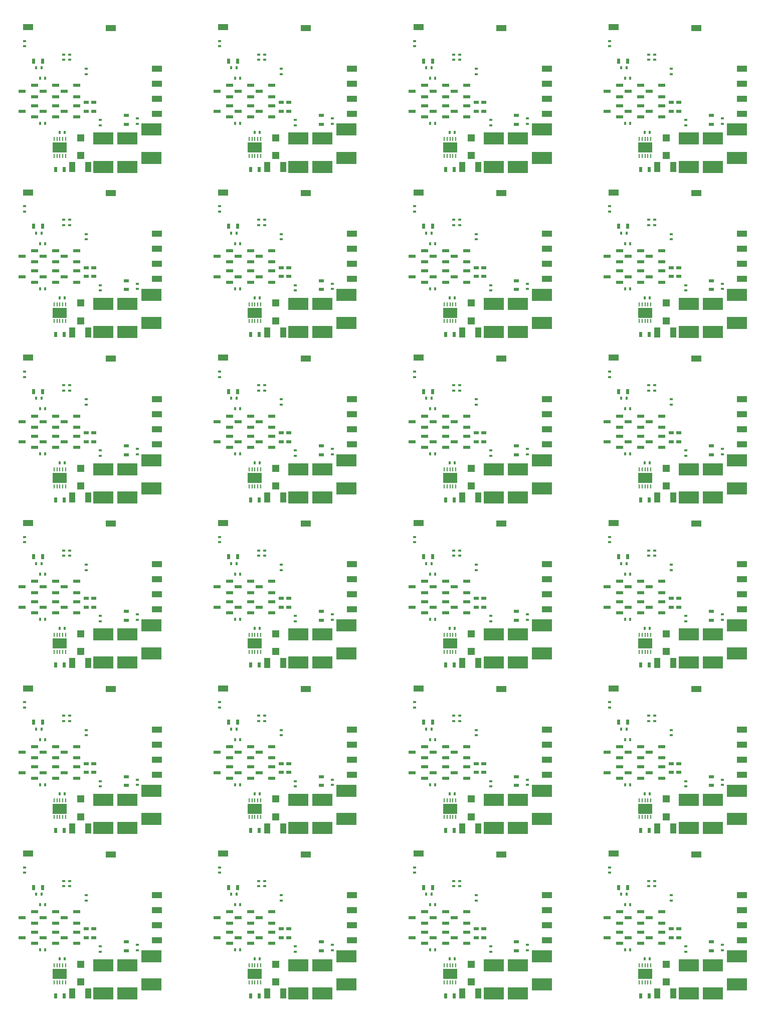
<source format=gbp>
G04 Layer_Color=128*
%FSLAX24Y24*%
%MOIN*%
G70*
G01*
G75*
%ADD13R,0.0236X0.0157*%
%ADD14R,0.0512X0.0236*%
%ADD15R,0.0197X0.0354*%
%ADD21R,0.0157X0.0236*%
%ADD22R,0.0354X0.0197*%
%ADD39R,0.0650X0.0400*%
%ADD40R,0.1339X0.0846*%
%ADD41R,0.0433X0.0669*%
%ADD42R,0.0512X0.0512*%
%ADD43R,0.0937X0.0650*%
%ADD44O,0.0098X0.0276*%
D13*
X14624Y11551D02*
D03*
Y11197D02*
D03*
X17074Y11297D02*
D03*
Y11651D02*
D03*
X13674Y14597D02*
D03*
Y14951D02*
D03*
X12174Y15901D02*
D03*
Y15547D02*
D03*
X12574D02*
D03*
Y15901D02*
D03*
X9574Y16801D02*
D03*
Y16447D02*
D03*
X27593Y11551D02*
D03*
Y11197D02*
D03*
X30043Y11297D02*
D03*
Y11651D02*
D03*
X26643Y14597D02*
D03*
Y14951D02*
D03*
X25143Y15901D02*
D03*
Y15547D02*
D03*
X25543D02*
D03*
Y15901D02*
D03*
X22543Y16801D02*
D03*
Y16447D02*
D03*
X40561Y11551D02*
D03*
Y11197D02*
D03*
X43011Y11297D02*
D03*
Y11651D02*
D03*
X39611Y14597D02*
D03*
Y14951D02*
D03*
X38111Y15901D02*
D03*
Y15547D02*
D03*
X38511D02*
D03*
Y15901D02*
D03*
X35511Y16801D02*
D03*
Y16447D02*
D03*
X53530Y11551D02*
D03*
Y11197D02*
D03*
X55980Y11297D02*
D03*
Y11651D02*
D03*
X52580Y14597D02*
D03*
Y14951D02*
D03*
X51080Y15901D02*
D03*
Y15547D02*
D03*
X51480D02*
D03*
Y15901D02*
D03*
X48480Y16801D02*
D03*
Y16447D02*
D03*
X14624Y22539D02*
D03*
Y22184D02*
D03*
X17074Y22284D02*
D03*
Y22639D02*
D03*
X13674Y25584D02*
D03*
Y25939D02*
D03*
X12174Y26889D02*
D03*
Y26534D02*
D03*
X12574D02*
D03*
Y26889D02*
D03*
X9574Y27789D02*
D03*
Y27434D02*
D03*
X27593Y22539D02*
D03*
Y22184D02*
D03*
X30043Y22284D02*
D03*
Y22639D02*
D03*
X26643Y25584D02*
D03*
Y25939D02*
D03*
X25143Y26889D02*
D03*
Y26534D02*
D03*
X25543D02*
D03*
Y26889D02*
D03*
X22543Y27789D02*
D03*
Y27434D02*
D03*
X40561Y22539D02*
D03*
Y22184D02*
D03*
X43011Y22284D02*
D03*
Y22639D02*
D03*
X39611Y25584D02*
D03*
Y25939D02*
D03*
X38111Y26889D02*
D03*
Y26534D02*
D03*
X38511D02*
D03*
Y26889D02*
D03*
X35511Y27789D02*
D03*
Y27434D02*
D03*
X53530Y22539D02*
D03*
Y22184D02*
D03*
X55980Y22284D02*
D03*
Y22639D02*
D03*
X52580Y25584D02*
D03*
Y25939D02*
D03*
X51080Y26889D02*
D03*
Y26534D02*
D03*
X51480D02*
D03*
Y26889D02*
D03*
X48480Y27789D02*
D03*
Y27434D02*
D03*
X14624Y33526D02*
D03*
Y33172D02*
D03*
X17074Y33272D02*
D03*
Y33626D02*
D03*
X13674Y36572D02*
D03*
Y36926D02*
D03*
X12174Y37876D02*
D03*
Y37522D02*
D03*
X12574D02*
D03*
Y37876D02*
D03*
X9574Y38776D02*
D03*
Y38422D02*
D03*
X27593Y33526D02*
D03*
Y33172D02*
D03*
X30043Y33272D02*
D03*
Y33626D02*
D03*
X26643Y36572D02*
D03*
Y36926D02*
D03*
X25143Y37876D02*
D03*
Y37522D02*
D03*
X25543D02*
D03*
Y37876D02*
D03*
X22543Y38776D02*
D03*
Y38422D02*
D03*
X40561Y33526D02*
D03*
Y33172D02*
D03*
X43011Y33272D02*
D03*
Y33626D02*
D03*
X39611Y36572D02*
D03*
Y36926D02*
D03*
X38111Y37876D02*
D03*
Y37522D02*
D03*
X38511D02*
D03*
Y37876D02*
D03*
X35511Y38776D02*
D03*
Y38422D02*
D03*
X53530Y33526D02*
D03*
Y33172D02*
D03*
X55980Y33272D02*
D03*
Y33626D02*
D03*
X52580Y36572D02*
D03*
Y36926D02*
D03*
X51080Y37876D02*
D03*
Y37522D02*
D03*
X51480D02*
D03*
Y37876D02*
D03*
X48480Y38776D02*
D03*
Y38422D02*
D03*
X14624Y44513D02*
D03*
Y44159D02*
D03*
X17074Y44259D02*
D03*
Y44613D02*
D03*
X13674Y47559D02*
D03*
Y47913D02*
D03*
X12174Y48863D02*
D03*
Y48509D02*
D03*
X12574D02*
D03*
Y48863D02*
D03*
X9574Y49763D02*
D03*
Y49409D02*
D03*
X27593Y44513D02*
D03*
Y44159D02*
D03*
X30043Y44259D02*
D03*
Y44613D02*
D03*
X26643Y47559D02*
D03*
Y47913D02*
D03*
X25143Y48863D02*
D03*
Y48509D02*
D03*
X25543D02*
D03*
Y48863D02*
D03*
X22543Y49763D02*
D03*
Y49409D02*
D03*
X40561Y44513D02*
D03*
Y44159D02*
D03*
X43011Y44259D02*
D03*
Y44613D02*
D03*
X39611Y47559D02*
D03*
Y47913D02*
D03*
X38111Y48863D02*
D03*
Y48509D02*
D03*
X38511D02*
D03*
Y48863D02*
D03*
X35511Y49763D02*
D03*
Y49409D02*
D03*
X53530Y44513D02*
D03*
Y44159D02*
D03*
X55980Y44259D02*
D03*
Y44613D02*
D03*
X52580Y47559D02*
D03*
Y47913D02*
D03*
X51080Y48863D02*
D03*
Y48509D02*
D03*
X51480D02*
D03*
Y48863D02*
D03*
X48480Y49763D02*
D03*
Y49409D02*
D03*
X14624Y55501D02*
D03*
Y55146D02*
D03*
X17074Y55246D02*
D03*
Y55601D02*
D03*
X13674Y58546D02*
D03*
Y58901D02*
D03*
X12174Y59851D02*
D03*
Y59496D02*
D03*
X12574D02*
D03*
Y59851D02*
D03*
X9574Y60751D02*
D03*
Y60396D02*
D03*
X27593Y55501D02*
D03*
Y55146D02*
D03*
X30043Y55246D02*
D03*
Y55601D02*
D03*
X26643Y58546D02*
D03*
Y58901D02*
D03*
X25143Y59851D02*
D03*
Y59496D02*
D03*
X25543D02*
D03*
Y59851D02*
D03*
X22543Y60751D02*
D03*
Y60396D02*
D03*
X40561Y55501D02*
D03*
Y55146D02*
D03*
X43011Y55246D02*
D03*
Y55601D02*
D03*
X39611Y58546D02*
D03*
Y58901D02*
D03*
X38111Y59851D02*
D03*
Y59496D02*
D03*
X38511D02*
D03*
Y59851D02*
D03*
X35511Y60751D02*
D03*
Y60396D02*
D03*
X53530Y55501D02*
D03*
Y55146D02*
D03*
X55980Y55246D02*
D03*
Y55601D02*
D03*
X52580Y58546D02*
D03*
Y58901D02*
D03*
X51080Y59851D02*
D03*
Y59496D02*
D03*
X51480D02*
D03*
Y59851D02*
D03*
X48480Y60751D02*
D03*
Y60396D02*
D03*
X14624Y66488D02*
D03*
Y66134D02*
D03*
X17074Y66234D02*
D03*
Y66588D02*
D03*
X13674Y69534D02*
D03*
Y69888D02*
D03*
X12174Y70838D02*
D03*
Y70484D02*
D03*
X12574D02*
D03*
Y70838D02*
D03*
X9574Y71738D02*
D03*
Y71384D02*
D03*
X27593Y66488D02*
D03*
Y66134D02*
D03*
X30043Y66234D02*
D03*
Y66588D02*
D03*
X26643Y69534D02*
D03*
Y69888D02*
D03*
X25143Y70838D02*
D03*
Y70484D02*
D03*
X25543D02*
D03*
Y70838D02*
D03*
X22543Y71738D02*
D03*
Y71384D02*
D03*
X40561Y66488D02*
D03*
Y66134D02*
D03*
X43011Y66234D02*
D03*
Y66588D02*
D03*
X39611Y69534D02*
D03*
Y69888D02*
D03*
X38111Y70838D02*
D03*
Y70484D02*
D03*
X38511D02*
D03*
Y70838D02*
D03*
X35511Y71738D02*
D03*
Y71384D02*
D03*
X53530Y66488D02*
D03*
Y66134D02*
D03*
X55980Y66234D02*
D03*
Y66588D02*
D03*
X52580Y69534D02*
D03*
Y69888D02*
D03*
X51080Y70838D02*
D03*
Y70484D02*
D03*
X51480D02*
D03*
Y70838D02*
D03*
X48480Y71738D02*
D03*
Y71384D02*
D03*
D14*
X10237Y12498D02*
D03*
Y11750D02*
D03*
X9411Y12124D02*
D03*
X10237Y13848D02*
D03*
Y13100D02*
D03*
X9411Y13474D02*
D03*
X11637Y13848D02*
D03*
Y13100D02*
D03*
X10811Y13474D02*
D03*
X11637Y12498D02*
D03*
Y11750D02*
D03*
X10811Y12124D02*
D03*
X13037Y13848D02*
D03*
Y13100D02*
D03*
X12211Y13474D02*
D03*
X13037Y12498D02*
D03*
Y11750D02*
D03*
X12211Y12124D02*
D03*
X23206Y12498D02*
D03*
Y11750D02*
D03*
X22379Y12124D02*
D03*
X23206Y13848D02*
D03*
Y13100D02*
D03*
X22379Y13474D02*
D03*
X24606Y13848D02*
D03*
Y13100D02*
D03*
X23779Y13474D02*
D03*
X24606Y12498D02*
D03*
Y11750D02*
D03*
X23779Y12124D02*
D03*
X26006Y13848D02*
D03*
Y13100D02*
D03*
X25179Y13474D02*
D03*
X26006Y12498D02*
D03*
Y11750D02*
D03*
X25179Y12124D02*
D03*
X36174Y12498D02*
D03*
Y11750D02*
D03*
X35348Y12124D02*
D03*
X36174Y13848D02*
D03*
Y13100D02*
D03*
X35348Y13474D02*
D03*
X37574Y13848D02*
D03*
Y13100D02*
D03*
X36748Y13474D02*
D03*
X37574Y12498D02*
D03*
Y11750D02*
D03*
X36748Y12124D02*
D03*
X38974Y13848D02*
D03*
Y13100D02*
D03*
X38148Y13474D02*
D03*
X38974Y12498D02*
D03*
Y11750D02*
D03*
X38148Y12124D02*
D03*
X49143Y12498D02*
D03*
Y11750D02*
D03*
X48316Y12124D02*
D03*
X49143Y13848D02*
D03*
Y13100D02*
D03*
X48316Y13474D02*
D03*
X50543Y13848D02*
D03*
Y13100D02*
D03*
X49716Y13474D02*
D03*
X50543Y12498D02*
D03*
Y11750D02*
D03*
X49716Y12124D02*
D03*
X51943Y13848D02*
D03*
Y13100D02*
D03*
X51116Y13474D02*
D03*
X51943Y12498D02*
D03*
Y11750D02*
D03*
X51116Y12124D02*
D03*
X10237Y23485D02*
D03*
Y22737D02*
D03*
X9411Y23111D02*
D03*
X10237Y24835D02*
D03*
Y24087D02*
D03*
X9411Y24461D02*
D03*
X11637Y24835D02*
D03*
Y24087D02*
D03*
X10811Y24461D02*
D03*
X11637Y23485D02*
D03*
Y22737D02*
D03*
X10811Y23111D02*
D03*
X13037Y24835D02*
D03*
Y24087D02*
D03*
X12211Y24461D02*
D03*
X13037Y23485D02*
D03*
Y22737D02*
D03*
X12211Y23111D02*
D03*
X23206Y23485D02*
D03*
Y22737D02*
D03*
X22379Y23111D02*
D03*
X23206Y24835D02*
D03*
Y24087D02*
D03*
X22379Y24461D02*
D03*
X24606Y24835D02*
D03*
Y24087D02*
D03*
X23779Y24461D02*
D03*
X24606Y23485D02*
D03*
Y22737D02*
D03*
X23779Y23111D02*
D03*
X26006Y24835D02*
D03*
Y24087D02*
D03*
X25179Y24461D02*
D03*
X26006Y23485D02*
D03*
Y22737D02*
D03*
X25179Y23111D02*
D03*
X36174Y23485D02*
D03*
Y22737D02*
D03*
X35348Y23111D02*
D03*
X36174Y24835D02*
D03*
Y24087D02*
D03*
X35348Y24461D02*
D03*
X37574Y24835D02*
D03*
Y24087D02*
D03*
X36748Y24461D02*
D03*
X37574Y23485D02*
D03*
Y22737D02*
D03*
X36748Y23111D02*
D03*
X38974Y24835D02*
D03*
Y24087D02*
D03*
X38148Y24461D02*
D03*
X38974Y23485D02*
D03*
Y22737D02*
D03*
X38148Y23111D02*
D03*
X49143Y23485D02*
D03*
Y22737D02*
D03*
X48316Y23111D02*
D03*
X49143Y24835D02*
D03*
Y24087D02*
D03*
X48316Y24461D02*
D03*
X50543Y24835D02*
D03*
Y24087D02*
D03*
X49716Y24461D02*
D03*
X50543Y23485D02*
D03*
Y22737D02*
D03*
X49716Y23111D02*
D03*
X51943Y24835D02*
D03*
Y24087D02*
D03*
X51116Y24461D02*
D03*
X51943Y23485D02*
D03*
Y22737D02*
D03*
X51116Y23111D02*
D03*
X10237Y34473D02*
D03*
Y33725D02*
D03*
X9411Y34099D02*
D03*
X10237Y35823D02*
D03*
Y35075D02*
D03*
X9411Y35449D02*
D03*
X11637Y35823D02*
D03*
Y35075D02*
D03*
X10811Y35449D02*
D03*
X11637Y34473D02*
D03*
Y33725D02*
D03*
X10811Y34099D02*
D03*
X13037Y35823D02*
D03*
Y35075D02*
D03*
X12211Y35449D02*
D03*
X13037Y34473D02*
D03*
Y33725D02*
D03*
X12211Y34099D02*
D03*
X23206Y34473D02*
D03*
Y33725D02*
D03*
X22379Y34099D02*
D03*
X23206Y35823D02*
D03*
Y35075D02*
D03*
X22379Y35449D02*
D03*
X24606Y35823D02*
D03*
Y35075D02*
D03*
X23779Y35449D02*
D03*
X24606Y34473D02*
D03*
Y33725D02*
D03*
X23779Y34099D02*
D03*
X26006Y35823D02*
D03*
Y35075D02*
D03*
X25179Y35449D02*
D03*
X26006Y34473D02*
D03*
Y33725D02*
D03*
X25179Y34099D02*
D03*
X36174Y34473D02*
D03*
Y33725D02*
D03*
X35348Y34099D02*
D03*
X36174Y35823D02*
D03*
Y35075D02*
D03*
X35348Y35449D02*
D03*
X37574Y35823D02*
D03*
Y35075D02*
D03*
X36748Y35449D02*
D03*
X37574Y34473D02*
D03*
Y33725D02*
D03*
X36748Y34099D02*
D03*
X38974Y35823D02*
D03*
Y35075D02*
D03*
X38148Y35449D02*
D03*
X38974Y34473D02*
D03*
Y33725D02*
D03*
X38148Y34099D02*
D03*
X49143Y34473D02*
D03*
Y33725D02*
D03*
X48316Y34099D02*
D03*
X49143Y35823D02*
D03*
Y35075D02*
D03*
X48316Y35449D02*
D03*
X50543Y35823D02*
D03*
Y35075D02*
D03*
X49716Y35449D02*
D03*
X50543Y34473D02*
D03*
Y33725D02*
D03*
X49716Y34099D02*
D03*
X51943Y35823D02*
D03*
Y35075D02*
D03*
X51116Y35449D02*
D03*
X51943Y34473D02*
D03*
Y33725D02*
D03*
X51116Y34099D02*
D03*
X10237Y45460D02*
D03*
Y44712D02*
D03*
X9411Y45086D02*
D03*
X10237Y46810D02*
D03*
Y46062D02*
D03*
X9411Y46436D02*
D03*
X11637Y46810D02*
D03*
Y46062D02*
D03*
X10811Y46436D02*
D03*
X11637Y45460D02*
D03*
Y44712D02*
D03*
X10811Y45086D02*
D03*
X13037Y46810D02*
D03*
Y46062D02*
D03*
X12211Y46436D02*
D03*
X13037Y45460D02*
D03*
Y44712D02*
D03*
X12211Y45086D02*
D03*
X23206Y45460D02*
D03*
Y44712D02*
D03*
X22379Y45086D02*
D03*
X23206Y46810D02*
D03*
Y46062D02*
D03*
X22379Y46436D02*
D03*
X24606Y46810D02*
D03*
Y46062D02*
D03*
X23779Y46436D02*
D03*
X24606Y45460D02*
D03*
Y44712D02*
D03*
X23779Y45086D02*
D03*
X26006Y46810D02*
D03*
Y46062D02*
D03*
X25179Y46436D02*
D03*
X26006Y45460D02*
D03*
Y44712D02*
D03*
X25179Y45086D02*
D03*
X36174Y45460D02*
D03*
Y44712D02*
D03*
X35348Y45086D02*
D03*
X36174Y46810D02*
D03*
Y46062D02*
D03*
X35348Y46436D02*
D03*
X37574Y46810D02*
D03*
Y46062D02*
D03*
X36748Y46436D02*
D03*
X37574Y45460D02*
D03*
Y44712D02*
D03*
X36748Y45086D02*
D03*
X38974Y46810D02*
D03*
Y46062D02*
D03*
X38148Y46436D02*
D03*
X38974Y45460D02*
D03*
Y44712D02*
D03*
X38148Y45086D02*
D03*
X49143Y45460D02*
D03*
Y44712D02*
D03*
X48316Y45086D02*
D03*
X49143Y46810D02*
D03*
Y46062D02*
D03*
X48316Y46436D02*
D03*
X50543Y46810D02*
D03*
Y46062D02*
D03*
X49716Y46436D02*
D03*
X50543Y45460D02*
D03*
Y44712D02*
D03*
X49716Y45086D02*
D03*
X51943Y46810D02*
D03*
Y46062D02*
D03*
X51116Y46436D02*
D03*
X51943Y45460D02*
D03*
Y44712D02*
D03*
X51116Y45086D02*
D03*
X10237Y56448D02*
D03*
Y55700D02*
D03*
X9411Y56074D02*
D03*
X10237Y57798D02*
D03*
Y57050D02*
D03*
X9411Y57424D02*
D03*
X11637Y57798D02*
D03*
Y57050D02*
D03*
X10811Y57424D02*
D03*
X11637Y56448D02*
D03*
Y55700D02*
D03*
X10811Y56074D02*
D03*
X13037Y57798D02*
D03*
Y57050D02*
D03*
X12211Y57424D02*
D03*
X13037Y56448D02*
D03*
Y55700D02*
D03*
X12211Y56074D02*
D03*
X23206Y56448D02*
D03*
Y55700D02*
D03*
X22379Y56074D02*
D03*
X23206Y57798D02*
D03*
Y57050D02*
D03*
X22379Y57424D02*
D03*
X24606Y57798D02*
D03*
Y57050D02*
D03*
X23779Y57424D02*
D03*
X24606Y56448D02*
D03*
Y55700D02*
D03*
X23779Y56074D02*
D03*
X26006Y57798D02*
D03*
Y57050D02*
D03*
X25179Y57424D02*
D03*
X26006Y56448D02*
D03*
Y55700D02*
D03*
X25179Y56074D02*
D03*
X36174Y56448D02*
D03*
Y55700D02*
D03*
X35348Y56074D02*
D03*
X36174Y57798D02*
D03*
Y57050D02*
D03*
X35348Y57424D02*
D03*
X37574Y57798D02*
D03*
Y57050D02*
D03*
X36748Y57424D02*
D03*
X37574Y56448D02*
D03*
Y55700D02*
D03*
X36748Y56074D02*
D03*
X38974Y57798D02*
D03*
Y57050D02*
D03*
X38148Y57424D02*
D03*
X38974Y56448D02*
D03*
Y55700D02*
D03*
X38148Y56074D02*
D03*
X49143Y56448D02*
D03*
Y55700D02*
D03*
X48316Y56074D02*
D03*
X49143Y57798D02*
D03*
Y57050D02*
D03*
X48316Y57424D02*
D03*
X50543Y57798D02*
D03*
Y57050D02*
D03*
X49716Y57424D02*
D03*
X50543Y56448D02*
D03*
Y55700D02*
D03*
X49716Y56074D02*
D03*
X51943Y57798D02*
D03*
Y57050D02*
D03*
X51116Y57424D02*
D03*
X51943Y56448D02*
D03*
Y55700D02*
D03*
X51116Y56074D02*
D03*
X10237Y67435D02*
D03*
Y66687D02*
D03*
X9411Y67061D02*
D03*
X10237Y68785D02*
D03*
Y68037D02*
D03*
X9411Y68411D02*
D03*
X11637Y68785D02*
D03*
Y68037D02*
D03*
X10811Y68411D02*
D03*
X11637Y67435D02*
D03*
Y66687D02*
D03*
X10811Y67061D02*
D03*
X13037Y68785D02*
D03*
Y68037D02*
D03*
X12211Y68411D02*
D03*
X13037Y67435D02*
D03*
Y66687D02*
D03*
X12211Y67061D02*
D03*
X23206Y67435D02*
D03*
Y66687D02*
D03*
X22379Y67061D02*
D03*
X23206Y68785D02*
D03*
Y68037D02*
D03*
X22379Y68411D02*
D03*
X24606Y68785D02*
D03*
Y68037D02*
D03*
X23779Y68411D02*
D03*
X24606Y67435D02*
D03*
Y66687D02*
D03*
X23779Y67061D02*
D03*
X26006Y68785D02*
D03*
Y68037D02*
D03*
X25179Y68411D02*
D03*
X26006Y67435D02*
D03*
Y66687D02*
D03*
X25179Y67061D02*
D03*
X36174Y67435D02*
D03*
Y66687D02*
D03*
X35348Y67061D02*
D03*
X36174Y68785D02*
D03*
Y68037D02*
D03*
X35348Y68411D02*
D03*
X37574Y68785D02*
D03*
Y68037D02*
D03*
X36748Y68411D02*
D03*
X37574Y67435D02*
D03*
Y66687D02*
D03*
X36748Y67061D02*
D03*
X38974Y68785D02*
D03*
Y68037D02*
D03*
X38148Y68411D02*
D03*
X38974Y67435D02*
D03*
Y66687D02*
D03*
X38148Y67061D02*
D03*
X49143Y67435D02*
D03*
Y66687D02*
D03*
X48316Y67061D02*
D03*
X49143Y68785D02*
D03*
Y68037D02*
D03*
X48316Y68411D02*
D03*
X50543Y68785D02*
D03*
Y68037D02*
D03*
X49716Y68411D02*
D03*
X50543Y67435D02*
D03*
Y66687D02*
D03*
X49716Y67061D02*
D03*
X51943Y68785D02*
D03*
Y68037D02*
D03*
X51116Y68411D02*
D03*
X51943Y67435D02*
D03*
Y66687D02*
D03*
X51116Y67061D02*
D03*
D15*
X10179Y15474D02*
D03*
X10769D02*
D03*
X11629Y8274D02*
D03*
X12219D02*
D03*
X23147Y15474D02*
D03*
X23738D02*
D03*
X24597Y8274D02*
D03*
X25188D02*
D03*
X36116Y15474D02*
D03*
X36706D02*
D03*
X37566Y8274D02*
D03*
X38156D02*
D03*
X49084Y15474D02*
D03*
X49675D02*
D03*
X50534Y8274D02*
D03*
X51125D02*
D03*
X10179Y26461D02*
D03*
X10769D02*
D03*
X11629Y19261D02*
D03*
X12219D02*
D03*
X23147Y26461D02*
D03*
X23738D02*
D03*
X24597Y19261D02*
D03*
X25188D02*
D03*
X36116Y26461D02*
D03*
X36706D02*
D03*
X37566Y19261D02*
D03*
X38156D02*
D03*
X49084Y26461D02*
D03*
X49675D02*
D03*
X50534Y19261D02*
D03*
X51125D02*
D03*
X10179Y37449D02*
D03*
X10769D02*
D03*
X11629Y30249D02*
D03*
X12219D02*
D03*
X23147Y37449D02*
D03*
X23738D02*
D03*
X24597Y30249D02*
D03*
X25188D02*
D03*
X36116Y37449D02*
D03*
X36706D02*
D03*
X37566Y30249D02*
D03*
X38156D02*
D03*
X49084Y37449D02*
D03*
X49675D02*
D03*
X50534Y30249D02*
D03*
X51125D02*
D03*
X10179Y48436D02*
D03*
X10769D02*
D03*
X11629Y41236D02*
D03*
X12219D02*
D03*
X23147Y48436D02*
D03*
X23738D02*
D03*
X24597Y41236D02*
D03*
X25188D02*
D03*
X36116Y48436D02*
D03*
X36706D02*
D03*
X37566Y41236D02*
D03*
X38156D02*
D03*
X49084Y48436D02*
D03*
X49675D02*
D03*
X50534Y41236D02*
D03*
X51125D02*
D03*
X10179Y59424D02*
D03*
X10769D02*
D03*
X11629Y52224D02*
D03*
X12219D02*
D03*
X23147Y59424D02*
D03*
X23738D02*
D03*
X24597Y52224D02*
D03*
X25188D02*
D03*
X36116Y59424D02*
D03*
X36706D02*
D03*
X37566Y52224D02*
D03*
X38156D02*
D03*
X49084Y59424D02*
D03*
X49675D02*
D03*
X50534Y52224D02*
D03*
X51125D02*
D03*
X10179Y70411D02*
D03*
X10769D02*
D03*
X11629Y63211D02*
D03*
X12219D02*
D03*
X23147Y70411D02*
D03*
X23738D02*
D03*
X24597Y63211D02*
D03*
X25188D02*
D03*
X36116Y70411D02*
D03*
X36706D02*
D03*
X37566Y63211D02*
D03*
X38156D02*
D03*
X49084Y70411D02*
D03*
X49675D02*
D03*
X50534Y63211D02*
D03*
X51125D02*
D03*
D21*
X12251Y10724D02*
D03*
X11897D02*
D03*
X10701Y15024D02*
D03*
X10347D02*
D03*
X10951Y11324D02*
D03*
X10597D02*
D03*
Y14324D02*
D03*
X10951D02*
D03*
X25220Y10724D02*
D03*
X24865D02*
D03*
X23670Y15024D02*
D03*
X23315D02*
D03*
X23920Y11324D02*
D03*
X23565D02*
D03*
Y14324D02*
D03*
X23920D02*
D03*
X38188Y10724D02*
D03*
X37834D02*
D03*
X36638Y15024D02*
D03*
X36284D02*
D03*
X36888Y11324D02*
D03*
X36534D02*
D03*
Y14324D02*
D03*
X36888D02*
D03*
X51157Y10724D02*
D03*
X50802D02*
D03*
X49607Y15024D02*
D03*
X49252D02*
D03*
X49857Y11324D02*
D03*
X49502D02*
D03*
Y14324D02*
D03*
X49857D02*
D03*
X12251Y21711D02*
D03*
X11897D02*
D03*
X10701Y26011D02*
D03*
X10347D02*
D03*
X10951Y22311D02*
D03*
X10597D02*
D03*
Y25311D02*
D03*
X10951D02*
D03*
X25220Y21711D02*
D03*
X24865D02*
D03*
X23670Y26011D02*
D03*
X23315D02*
D03*
X23920Y22311D02*
D03*
X23565D02*
D03*
Y25311D02*
D03*
X23920D02*
D03*
X38188Y21711D02*
D03*
X37834D02*
D03*
X36638Y26011D02*
D03*
X36284D02*
D03*
X36888Y22311D02*
D03*
X36534D02*
D03*
Y25311D02*
D03*
X36888D02*
D03*
X51157Y21711D02*
D03*
X50802D02*
D03*
X49607Y26011D02*
D03*
X49252D02*
D03*
X49857Y22311D02*
D03*
X49502D02*
D03*
Y25311D02*
D03*
X49857D02*
D03*
X12251Y32699D02*
D03*
X11897D02*
D03*
X10701Y36999D02*
D03*
X10347D02*
D03*
X10951Y33299D02*
D03*
X10597D02*
D03*
Y36299D02*
D03*
X10951D02*
D03*
X25220Y32699D02*
D03*
X24865D02*
D03*
X23670Y36999D02*
D03*
X23315D02*
D03*
X23920Y33299D02*
D03*
X23565D02*
D03*
Y36299D02*
D03*
X23920D02*
D03*
X38188Y32699D02*
D03*
X37834D02*
D03*
X36638Y36999D02*
D03*
X36284D02*
D03*
X36888Y33299D02*
D03*
X36534D02*
D03*
Y36299D02*
D03*
X36888D02*
D03*
X51157Y32699D02*
D03*
X50802D02*
D03*
X49607Y36999D02*
D03*
X49252D02*
D03*
X49857Y33299D02*
D03*
X49502D02*
D03*
Y36299D02*
D03*
X49857D02*
D03*
X12251Y43686D02*
D03*
X11897D02*
D03*
X10701Y47986D02*
D03*
X10347D02*
D03*
X10951Y44286D02*
D03*
X10597D02*
D03*
Y47286D02*
D03*
X10951D02*
D03*
X25220Y43686D02*
D03*
X24865D02*
D03*
X23670Y47986D02*
D03*
X23315D02*
D03*
X23920Y44286D02*
D03*
X23565D02*
D03*
Y47286D02*
D03*
X23920D02*
D03*
X38188Y43686D02*
D03*
X37834D02*
D03*
X36638Y47986D02*
D03*
X36284D02*
D03*
X36888Y44286D02*
D03*
X36534D02*
D03*
Y47286D02*
D03*
X36888D02*
D03*
X51157Y43686D02*
D03*
X50802D02*
D03*
X49607Y47986D02*
D03*
X49252D02*
D03*
X49857Y44286D02*
D03*
X49502D02*
D03*
Y47286D02*
D03*
X49857D02*
D03*
X12251Y54674D02*
D03*
X11897D02*
D03*
X10701Y58974D02*
D03*
X10347D02*
D03*
X10951Y55274D02*
D03*
X10597D02*
D03*
Y58274D02*
D03*
X10951D02*
D03*
X25220Y54674D02*
D03*
X24865D02*
D03*
X23670Y58974D02*
D03*
X23315D02*
D03*
X23920Y55274D02*
D03*
X23565D02*
D03*
Y58274D02*
D03*
X23920D02*
D03*
X38188Y54674D02*
D03*
X37834D02*
D03*
X36638Y58974D02*
D03*
X36284D02*
D03*
X36888Y55274D02*
D03*
X36534D02*
D03*
Y58274D02*
D03*
X36888D02*
D03*
X51157Y54674D02*
D03*
X50802D02*
D03*
X49607Y58974D02*
D03*
X49252D02*
D03*
X49857Y55274D02*
D03*
X49502D02*
D03*
Y58274D02*
D03*
X49857D02*
D03*
X12251Y65661D02*
D03*
X11897D02*
D03*
X10701Y69961D02*
D03*
X10347D02*
D03*
X10951Y66261D02*
D03*
X10597D02*
D03*
Y69261D02*
D03*
X10951D02*
D03*
X25220Y65661D02*
D03*
X24865D02*
D03*
X23670Y69961D02*
D03*
X23315D02*
D03*
X23920Y66261D02*
D03*
X23565D02*
D03*
Y69261D02*
D03*
X23920D02*
D03*
X38188Y65661D02*
D03*
X37834D02*
D03*
X36638Y69961D02*
D03*
X36284D02*
D03*
X36888Y66261D02*
D03*
X36534D02*
D03*
Y69261D02*
D03*
X36888D02*
D03*
X51157Y65661D02*
D03*
X50802D02*
D03*
X49607Y69961D02*
D03*
X49252D02*
D03*
X49857Y66261D02*
D03*
X49502D02*
D03*
Y69261D02*
D03*
X49857D02*
D03*
D22*
X16340Y11853D02*
D03*
Y11263D02*
D03*
X14174Y12719D02*
D03*
Y12129D02*
D03*
X13674Y12719D02*
D03*
Y12129D02*
D03*
X29309Y11853D02*
D03*
Y11263D02*
D03*
X27143Y12719D02*
D03*
Y12129D02*
D03*
X26643Y12719D02*
D03*
Y12129D02*
D03*
X42277Y11853D02*
D03*
Y11263D02*
D03*
X40111Y12719D02*
D03*
Y12129D02*
D03*
X39611Y12719D02*
D03*
Y12129D02*
D03*
X55246Y11853D02*
D03*
Y11263D02*
D03*
X53080Y12719D02*
D03*
Y12129D02*
D03*
X52580Y12719D02*
D03*
Y12129D02*
D03*
X16340Y22841D02*
D03*
Y22250D02*
D03*
X14174Y23707D02*
D03*
Y23116D02*
D03*
X13674Y23707D02*
D03*
Y23116D02*
D03*
X29309Y22841D02*
D03*
Y22250D02*
D03*
X27143Y23707D02*
D03*
Y23116D02*
D03*
X26643Y23707D02*
D03*
Y23116D02*
D03*
X42277Y22841D02*
D03*
Y22250D02*
D03*
X40111Y23707D02*
D03*
Y23116D02*
D03*
X39611Y23707D02*
D03*
Y23116D02*
D03*
X55246Y22841D02*
D03*
Y22250D02*
D03*
X53080Y23707D02*
D03*
Y23116D02*
D03*
X52580Y23707D02*
D03*
Y23116D02*
D03*
X16340Y33828D02*
D03*
Y33237D02*
D03*
X14174Y34694D02*
D03*
Y34104D02*
D03*
X13674Y34694D02*
D03*
Y34104D02*
D03*
X29309Y33828D02*
D03*
Y33237D02*
D03*
X27143Y34694D02*
D03*
Y34104D02*
D03*
X26643Y34694D02*
D03*
Y34104D02*
D03*
X42277Y33828D02*
D03*
Y33237D02*
D03*
X40111Y34694D02*
D03*
Y34104D02*
D03*
X39611Y34694D02*
D03*
Y34104D02*
D03*
X55246Y33828D02*
D03*
Y33237D02*
D03*
X53080Y34694D02*
D03*
Y34104D02*
D03*
X52580Y34694D02*
D03*
Y34104D02*
D03*
X16340Y44815D02*
D03*
Y44225D02*
D03*
X14174Y45682D02*
D03*
Y45091D02*
D03*
X13674Y45682D02*
D03*
Y45091D02*
D03*
X29309Y44815D02*
D03*
Y44225D02*
D03*
X27143Y45682D02*
D03*
Y45091D02*
D03*
X26643Y45682D02*
D03*
Y45091D02*
D03*
X42277Y44815D02*
D03*
Y44225D02*
D03*
X40111Y45682D02*
D03*
Y45091D02*
D03*
X39611Y45682D02*
D03*
Y45091D02*
D03*
X55246Y44815D02*
D03*
Y44225D02*
D03*
X53080Y45682D02*
D03*
Y45091D02*
D03*
X52580Y45682D02*
D03*
Y45091D02*
D03*
X16340Y55803D02*
D03*
Y55212D02*
D03*
X14174Y56669D02*
D03*
Y56078D02*
D03*
X13674Y56669D02*
D03*
Y56078D02*
D03*
X29309Y55803D02*
D03*
Y55212D02*
D03*
X27143Y56669D02*
D03*
Y56078D02*
D03*
X26643Y56669D02*
D03*
Y56078D02*
D03*
X42277Y55803D02*
D03*
Y55212D02*
D03*
X40111Y56669D02*
D03*
Y56078D02*
D03*
X39611Y56669D02*
D03*
Y56078D02*
D03*
X55246Y55803D02*
D03*
Y55212D02*
D03*
X53080Y56669D02*
D03*
Y56078D02*
D03*
X52580Y56669D02*
D03*
Y56078D02*
D03*
X16340Y66790D02*
D03*
Y66200D02*
D03*
X14174Y67656D02*
D03*
Y67066D02*
D03*
X13674Y67656D02*
D03*
Y67066D02*
D03*
X29309Y66790D02*
D03*
Y66200D02*
D03*
X27143Y67656D02*
D03*
Y67066D02*
D03*
X26643Y67656D02*
D03*
Y67066D02*
D03*
X42277Y66790D02*
D03*
Y66200D02*
D03*
X40111Y67656D02*
D03*
Y67066D02*
D03*
X39611Y67656D02*
D03*
Y67066D02*
D03*
X55246Y66790D02*
D03*
Y66200D02*
D03*
X53080Y67656D02*
D03*
Y67066D02*
D03*
X52580Y67656D02*
D03*
Y67066D02*
D03*
D39*
X18374Y11974D02*
D03*
Y12974D02*
D03*
Y14974D02*
D03*
Y13974D02*
D03*
X15324Y17674D02*
D03*
X9824Y17724D02*
D03*
X31343Y11974D02*
D03*
Y12974D02*
D03*
Y14974D02*
D03*
Y13974D02*
D03*
X28293Y17674D02*
D03*
X22793Y17724D02*
D03*
X44311Y11974D02*
D03*
Y12974D02*
D03*
Y14974D02*
D03*
Y13974D02*
D03*
X41261Y17674D02*
D03*
X35761Y17724D02*
D03*
X57280Y11974D02*
D03*
Y12974D02*
D03*
Y14974D02*
D03*
Y13974D02*
D03*
X54230Y17674D02*
D03*
X48730Y17724D02*
D03*
X18374Y22961D02*
D03*
Y23961D02*
D03*
Y25961D02*
D03*
Y24961D02*
D03*
X15324Y28661D02*
D03*
X9824Y28711D02*
D03*
X31343Y22961D02*
D03*
Y23961D02*
D03*
Y25961D02*
D03*
Y24961D02*
D03*
X28293Y28661D02*
D03*
X22793Y28711D02*
D03*
X44311Y22961D02*
D03*
Y23961D02*
D03*
Y25961D02*
D03*
Y24961D02*
D03*
X41261Y28661D02*
D03*
X35761Y28711D02*
D03*
X57280Y22961D02*
D03*
Y23961D02*
D03*
Y25961D02*
D03*
Y24961D02*
D03*
X54230Y28661D02*
D03*
X48730Y28711D02*
D03*
X18374Y33949D02*
D03*
Y34949D02*
D03*
Y36949D02*
D03*
Y35949D02*
D03*
X15324Y39649D02*
D03*
X9824Y39699D02*
D03*
X31343Y33949D02*
D03*
Y34949D02*
D03*
Y36949D02*
D03*
Y35949D02*
D03*
X28293Y39649D02*
D03*
X22793Y39699D02*
D03*
X44311Y33949D02*
D03*
Y34949D02*
D03*
Y36949D02*
D03*
Y35949D02*
D03*
X41261Y39649D02*
D03*
X35761Y39699D02*
D03*
X57280Y33949D02*
D03*
Y34949D02*
D03*
Y36949D02*
D03*
Y35949D02*
D03*
X54230Y39649D02*
D03*
X48730Y39699D02*
D03*
X18374Y44936D02*
D03*
Y45936D02*
D03*
Y47936D02*
D03*
Y46936D02*
D03*
X15324Y50636D02*
D03*
X9824Y50686D02*
D03*
X31343Y44936D02*
D03*
Y45936D02*
D03*
Y47936D02*
D03*
Y46936D02*
D03*
X28293Y50636D02*
D03*
X22793Y50686D02*
D03*
X44311Y44936D02*
D03*
Y45936D02*
D03*
Y47936D02*
D03*
Y46936D02*
D03*
X41261Y50636D02*
D03*
X35761Y50686D02*
D03*
X57280Y44936D02*
D03*
Y45936D02*
D03*
Y47936D02*
D03*
Y46936D02*
D03*
X54230Y50636D02*
D03*
X48730Y50686D02*
D03*
X18374Y55924D02*
D03*
Y56924D02*
D03*
Y58924D02*
D03*
Y57924D02*
D03*
X15324Y61624D02*
D03*
X9824Y61674D02*
D03*
X31343Y55924D02*
D03*
Y56924D02*
D03*
Y58924D02*
D03*
Y57924D02*
D03*
X28293Y61624D02*
D03*
X22793Y61674D02*
D03*
X44311Y55924D02*
D03*
Y56924D02*
D03*
Y58924D02*
D03*
Y57924D02*
D03*
X41261Y61624D02*
D03*
X35761Y61674D02*
D03*
X57280Y55924D02*
D03*
Y56924D02*
D03*
Y58924D02*
D03*
Y57924D02*
D03*
X54230Y61624D02*
D03*
X48730Y61674D02*
D03*
X18374Y66911D02*
D03*
Y67911D02*
D03*
Y69911D02*
D03*
Y68911D02*
D03*
X15324Y72611D02*
D03*
X9824Y72661D02*
D03*
X31343Y66911D02*
D03*
Y67911D02*
D03*
Y69911D02*
D03*
Y68911D02*
D03*
X28293Y72611D02*
D03*
X22793Y72661D02*
D03*
X44311Y66911D02*
D03*
Y67911D02*
D03*
Y69911D02*
D03*
Y68911D02*
D03*
X41261Y72611D02*
D03*
X35761Y72661D02*
D03*
X57280Y66911D02*
D03*
Y67911D02*
D03*
Y69911D02*
D03*
Y68911D02*
D03*
X54230Y72611D02*
D03*
X48730Y72661D02*
D03*
D40*
X18024Y9039D02*
D03*
Y10909D02*
D03*
X16424Y10309D02*
D03*
Y8439D02*
D03*
X14824Y10309D02*
D03*
Y8439D02*
D03*
X30993Y9039D02*
D03*
Y10909D02*
D03*
X29393Y10309D02*
D03*
Y8439D02*
D03*
X27793Y10309D02*
D03*
Y8439D02*
D03*
X43961Y9039D02*
D03*
Y10909D02*
D03*
X42361Y10309D02*
D03*
Y8439D02*
D03*
X40761Y10309D02*
D03*
Y8439D02*
D03*
X56930Y9039D02*
D03*
Y10909D02*
D03*
X55330Y10309D02*
D03*
Y8439D02*
D03*
X53730Y10309D02*
D03*
Y8439D02*
D03*
X18024Y20026D02*
D03*
Y21896D02*
D03*
X16424Y21296D02*
D03*
Y19426D02*
D03*
X14824Y21296D02*
D03*
Y19426D02*
D03*
X30993Y20026D02*
D03*
Y21896D02*
D03*
X29393Y21296D02*
D03*
Y19426D02*
D03*
X27793Y21296D02*
D03*
Y19426D02*
D03*
X43961Y20026D02*
D03*
Y21896D02*
D03*
X42361Y21296D02*
D03*
Y19426D02*
D03*
X40761Y21296D02*
D03*
Y19426D02*
D03*
X56930Y20026D02*
D03*
Y21896D02*
D03*
X55330Y21296D02*
D03*
Y19426D02*
D03*
X53730Y21296D02*
D03*
Y19426D02*
D03*
X18024Y31014D02*
D03*
Y32884D02*
D03*
X16424Y32284D02*
D03*
Y30414D02*
D03*
X14824Y32284D02*
D03*
Y30414D02*
D03*
X30993Y31014D02*
D03*
Y32884D02*
D03*
X29393Y32284D02*
D03*
Y30414D02*
D03*
X27793Y32284D02*
D03*
Y30414D02*
D03*
X43961Y31014D02*
D03*
Y32884D02*
D03*
X42361Y32284D02*
D03*
Y30414D02*
D03*
X40761Y32284D02*
D03*
Y30414D02*
D03*
X56930Y31014D02*
D03*
Y32884D02*
D03*
X55330Y32284D02*
D03*
Y30414D02*
D03*
X53730Y32284D02*
D03*
Y30414D02*
D03*
X18024Y42001D02*
D03*
Y43871D02*
D03*
X16424Y43271D02*
D03*
Y41401D02*
D03*
X14824Y43271D02*
D03*
Y41401D02*
D03*
X30993Y42001D02*
D03*
Y43871D02*
D03*
X29393Y43271D02*
D03*
Y41401D02*
D03*
X27793Y43271D02*
D03*
Y41401D02*
D03*
X43961Y42001D02*
D03*
Y43871D02*
D03*
X42361Y43271D02*
D03*
Y41401D02*
D03*
X40761Y43271D02*
D03*
Y41401D02*
D03*
X56930Y42001D02*
D03*
Y43871D02*
D03*
X55330Y43271D02*
D03*
Y41401D02*
D03*
X53730Y43271D02*
D03*
Y41401D02*
D03*
X18024Y52989D02*
D03*
Y54859D02*
D03*
X16424Y54259D02*
D03*
Y52389D02*
D03*
X14824Y54259D02*
D03*
Y52389D02*
D03*
X30993Y52989D02*
D03*
Y54859D02*
D03*
X29393Y54259D02*
D03*
Y52389D02*
D03*
X27793Y54259D02*
D03*
Y52389D02*
D03*
X43961Y52989D02*
D03*
Y54859D02*
D03*
X42361Y54259D02*
D03*
Y52389D02*
D03*
X40761Y54259D02*
D03*
Y52389D02*
D03*
X56930Y52989D02*
D03*
Y54859D02*
D03*
X55330Y54259D02*
D03*
Y52389D02*
D03*
X53730Y54259D02*
D03*
Y52389D02*
D03*
X18024Y63976D02*
D03*
Y65846D02*
D03*
X16424Y65246D02*
D03*
Y63376D02*
D03*
X14824Y65246D02*
D03*
Y63376D02*
D03*
X30993Y63976D02*
D03*
Y65846D02*
D03*
X29393Y65246D02*
D03*
Y63376D02*
D03*
X27793Y65246D02*
D03*
Y63376D02*
D03*
X43961Y63976D02*
D03*
Y65846D02*
D03*
X42361Y65246D02*
D03*
Y63376D02*
D03*
X40761Y65246D02*
D03*
Y63376D02*
D03*
X56930Y63976D02*
D03*
Y65846D02*
D03*
X55330Y65246D02*
D03*
Y63376D02*
D03*
X53730Y65246D02*
D03*
Y63376D02*
D03*
D41*
X12743Y8424D02*
D03*
X13806D02*
D03*
X25711D02*
D03*
X26774D02*
D03*
X38680D02*
D03*
X39743D02*
D03*
X51648D02*
D03*
X52711D02*
D03*
X12743Y19411D02*
D03*
X13806D02*
D03*
X25711D02*
D03*
X26774D02*
D03*
X38680D02*
D03*
X39743D02*
D03*
X51648D02*
D03*
X52711D02*
D03*
X12743Y30399D02*
D03*
X13806D02*
D03*
X25711D02*
D03*
X26774D02*
D03*
X38680D02*
D03*
X39743D02*
D03*
X51648D02*
D03*
X52711D02*
D03*
X12743Y41386D02*
D03*
X13806D02*
D03*
X25711D02*
D03*
X26774D02*
D03*
X38680D02*
D03*
X39743D02*
D03*
X51648D02*
D03*
X52711D02*
D03*
X12743Y52374D02*
D03*
X13806D02*
D03*
X25711D02*
D03*
X26774D02*
D03*
X38680D02*
D03*
X39743D02*
D03*
X51648D02*
D03*
X52711D02*
D03*
X12743Y63361D02*
D03*
X13806D02*
D03*
X25711D02*
D03*
X26774D02*
D03*
X38680D02*
D03*
X39743D02*
D03*
X51648D02*
D03*
X52711D02*
D03*
D42*
X13324Y10365D02*
D03*
Y9183D02*
D03*
X26293Y10365D02*
D03*
Y9183D02*
D03*
X39261Y10365D02*
D03*
Y9183D02*
D03*
X52230Y10365D02*
D03*
Y9183D02*
D03*
X13324Y21352D02*
D03*
Y20171D02*
D03*
X26293Y21352D02*
D03*
Y20171D02*
D03*
X39261Y21352D02*
D03*
Y20171D02*
D03*
X52230Y21352D02*
D03*
Y20171D02*
D03*
X13324Y32339D02*
D03*
Y31158D02*
D03*
X26293Y32339D02*
D03*
Y31158D02*
D03*
X39261Y32339D02*
D03*
Y31158D02*
D03*
X52230Y32339D02*
D03*
Y31158D02*
D03*
X13324Y43327D02*
D03*
Y42146D02*
D03*
X26293Y43327D02*
D03*
Y42146D02*
D03*
X39261Y43327D02*
D03*
Y42146D02*
D03*
X52230Y43327D02*
D03*
Y42146D02*
D03*
X13324Y54314D02*
D03*
Y53133D02*
D03*
X26293Y54314D02*
D03*
Y53133D02*
D03*
X39261Y54314D02*
D03*
Y53133D02*
D03*
X52230Y54314D02*
D03*
Y53133D02*
D03*
X13324Y65302D02*
D03*
Y64120D02*
D03*
X26293Y65302D02*
D03*
Y64120D02*
D03*
X39261Y65302D02*
D03*
Y64120D02*
D03*
X52230Y65302D02*
D03*
Y64120D02*
D03*
D43*
X11924Y9724D02*
D03*
X24893D02*
D03*
X37861D02*
D03*
X50830D02*
D03*
X11924Y20711D02*
D03*
X24893D02*
D03*
X37861D02*
D03*
X50830D02*
D03*
X11924Y31699D02*
D03*
X24893D02*
D03*
X37861D02*
D03*
X50830D02*
D03*
X11924Y42686D02*
D03*
X24893D02*
D03*
X37861D02*
D03*
X50830D02*
D03*
X11924Y53674D02*
D03*
X24893D02*
D03*
X37861D02*
D03*
X50830D02*
D03*
X11924Y64661D02*
D03*
X24893D02*
D03*
X37861D02*
D03*
X50830D02*
D03*
D44*
X11530Y9163D02*
D03*
X11727D02*
D03*
X11924D02*
D03*
X12121D02*
D03*
X12318D02*
D03*
Y10285D02*
D03*
X12121D02*
D03*
X11924D02*
D03*
X11727D02*
D03*
X11530D02*
D03*
X24499Y9163D02*
D03*
X24696D02*
D03*
X24893D02*
D03*
X25089D02*
D03*
X25286D02*
D03*
Y10285D02*
D03*
X25089D02*
D03*
X24893D02*
D03*
X24696D02*
D03*
X24499D02*
D03*
X37467Y9163D02*
D03*
X37664D02*
D03*
X37861D02*
D03*
X38058D02*
D03*
X38255D02*
D03*
Y10285D02*
D03*
X38058D02*
D03*
X37861D02*
D03*
X37664D02*
D03*
X37467D02*
D03*
X50436Y9163D02*
D03*
X50633D02*
D03*
X50830D02*
D03*
X51026D02*
D03*
X51223D02*
D03*
Y10285D02*
D03*
X51026D02*
D03*
X50830D02*
D03*
X50633D02*
D03*
X50436D02*
D03*
X11530Y20150D02*
D03*
X11727D02*
D03*
X11924D02*
D03*
X12121D02*
D03*
X12318D02*
D03*
Y21272D02*
D03*
X12121D02*
D03*
X11924D02*
D03*
X11727D02*
D03*
X11530D02*
D03*
X24499Y20150D02*
D03*
X24696D02*
D03*
X24893D02*
D03*
X25089D02*
D03*
X25286D02*
D03*
Y21272D02*
D03*
X25089D02*
D03*
X24893D02*
D03*
X24696D02*
D03*
X24499D02*
D03*
X37467Y20150D02*
D03*
X37664D02*
D03*
X37861D02*
D03*
X38058D02*
D03*
X38255D02*
D03*
Y21272D02*
D03*
X38058D02*
D03*
X37861D02*
D03*
X37664D02*
D03*
X37467D02*
D03*
X50436Y20150D02*
D03*
X50633D02*
D03*
X50830D02*
D03*
X51026D02*
D03*
X51223D02*
D03*
Y21272D02*
D03*
X51026D02*
D03*
X50830D02*
D03*
X50633D02*
D03*
X50436D02*
D03*
X11530Y31138D02*
D03*
X11727D02*
D03*
X11924D02*
D03*
X12121D02*
D03*
X12318D02*
D03*
Y32260D02*
D03*
X12121D02*
D03*
X11924D02*
D03*
X11727D02*
D03*
X11530D02*
D03*
X24499Y31138D02*
D03*
X24696D02*
D03*
X24893D02*
D03*
X25089D02*
D03*
X25286D02*
D03*
Y32260D02*
D03*
X25089D02*
D03*
X24893D02*
D03*
X24696D02*
D03*
X24499D02*
D03*
X37467Y31138D02*
D03*
X37664D02*
D03*
X37861D02*
D03*
X38058D02*
D03*
X38255D02*
D03*
Y32260D02*
D03*
X38058D02*
D03*
X37861D02*
D03*
X37664D02*
D03*
X37467D02*
D03*
X50436Y31138D02*
D03*
X50633D02*
D03*
X50830D02*
D03*
X51026D02*
D03*
X51223D02*
D03*
Y32260D02*
D03*
X51026D02*
D03*
X50830D02*
D03*
X50633D02*
D03*
X50436D02*
D03*
X11530Y42125D02*
D03*
X11727D02*
D03*
X11924D02*
D03*
X12121D02*
D03*
X12318D02*
D03*
Y43247D02*
D03*
X12121D02*
D03*
X11924D02*
D03*
X11727D02*
D03*
X11530D02*
D03*
X24499Y42125D02*
D03*
X24696D02*
D03*
X24893D02*
D03*
X25089D02*
D03*
X25286D02*
D03*
Y43247D02*
D03*
X25089D02*
D03*
X24893D02*
D03*
X24696D02*
D03*
X24499D02*
D03*
X37467Y42125D02*
D03*
X37664D02*
D03*
X37861D02*
D03*
X38058D02*
D03*
X38255D02*
D03*
Y43247D02*
D03*
X38058D02*
D03*
X37861D02*
D03*
X37664D02*
D03*
X37467D02*
D03*
X50436Y42125D02*
D03*
X50633D02*
D03*
X50830D02*
D03*
X51026D02*
D03*
X51223D02*
D03*
Y43247D02*
D03*
X51026D02*
D03*
X50830D02*
D03*
X50633D02*
D03*
X50436D02*
D03*
X11530Y53113D02*
D03*
X11727D02*
D03*
X11924D02*
D03*
X12121D02*
D03*
X12318D02*
D03*
Y54235D02*
D03*
X12121D02*
D03*
X11924D02*
D03*
X11727D02*
D03*
X11530D02*
D03*
X24499Y53113D02*
D03*
X24696D02*
D03*
X24893D02*
D03*
X25089D02*
D03*
X25286D02*
D03*
Y54235D02*
D03*
X25089D02*
D03*
X24893D02*
D03*
X24696D02*
D03*
X24499D02*
D03*
X37467Y53113D02*
D03*
X37664D02*
D03*
X37861D02*
D03*
X38058D02*
D03*
X38255D02*
D03*
Y54235D02*
D03*
X38058D02*
D03*
X37861D02*
D03*
X37664D02*
D03*
X37467D02*
D03*
X50436Y53113D02*
D03*
X50633D02*
D03*
X50830D02*
D03*
X51026D02*
D03*
X51223D02*
D03*
Y54235D02*
D03*
X51026D02*
D03*
X50830D02*
D03*
X50633D02*
D03*
X50436D02*
D03*
X11530Y64100D02*
D03*
X11727D02*
D03*
X11924D02*
D03*
X12121D02*
D03*
X12318D02*
D03*
Y65222D02*
D03*
X12121D02*
D03*
X11924D02*
D03*
X11727D02*
D03*
X11530D02*
D03*
X24499Y64100D02*
D03*
X24696D02*
D03*
X24893D02*
D03*
X25089D02*
D03*
X25286D02*
D03*
Y65222D02*
D03*
X25089D02*
D03*
X24893D02*
D03*
X24696D02*
D03*
X24499D02*
D03*
X37467Y64100D02*
D03*
X37664D02*
D03*
X37861D02*
D03*
X38058D02*
D03*
X38255D02*
D03*
Y65222D02*
D03*
X38058D02*
D03*
X37861D02*
D03*
X37664D02*
D03*
X37467D02*
D03*
X50436Y64100D02*
D03*
X50633D02*
D03*
X50830D02*
D03*
X51026D02*
D03*
X51223D02*
D03*
Y65222D02*
D03*
X51026D02*
D03*
X50830D02*
D03*
X50633D02*
D03*
X50436D02*
D03*
M02*

</source>
